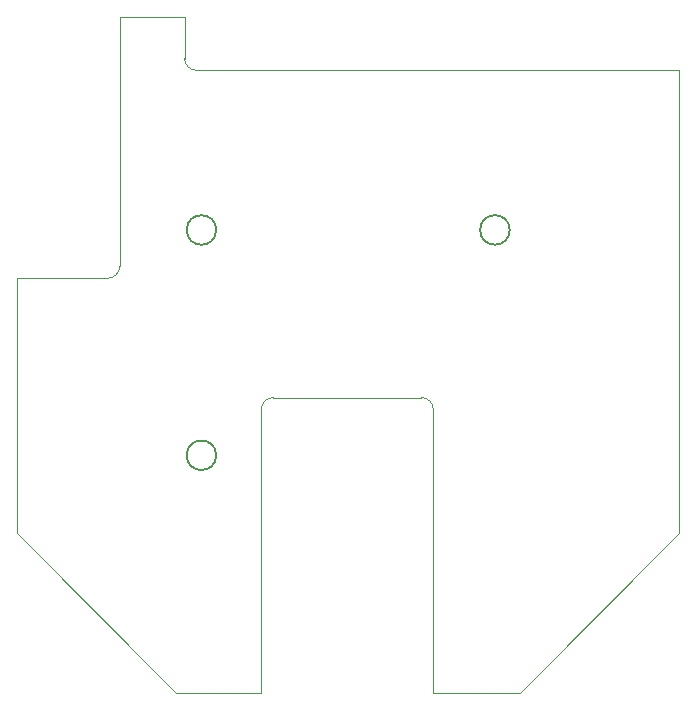
<source format=gbr>
%TF.GenerationSoftware,KiCad,Pcbnew,9.0.0*%
%TF.CreationDate,2025-03-25T20:09:50+01:00*%
%TF.ProjectId,raumtemp_front,7261756d-7465-46d7-905f-66726f6e742e,rev?*%
%TF.SameCoordinates,Original*%
%TF.FileFunction,Profile,NP*%
%FSLAX46Y46*%
G04 Gerber Fmt 4.6, Leading zero omitted, Abs format (unit mm)*
G04 Created by KiCad (PCBNEW 9.0.0) date 2025-03-25 20:09:50*
%MOMM*%
%LPD*%
G01*
G04 APERTURE LIST*
%TA.AperFunction,Profile*%
%ADD10C,0.050000*%
%TD*%
%TA.AperFunction,Profile*%
%ADD11C,0.200000*%
%TD*%
G04 APERTURE END LIST*
D10*
X150000255Y-94400000D02*
G75*
G02*
X149000000Y-93399313I-255J1000000D01*
G01*
X143500000Y-110999488D02*
G75*
G02*
X142500000Y-112000000I-1000000J-512D01*
G01*
X169048576Y-122100001D02*
X156500511Y-122100001D01*
X170049995Y-123103464D02*
X170049995Y-147100000D01*
X169048576Y-122100000D02*
G75*
G02*
X170049995Y-123103354I1424J-1000000D01*
G01*
X155500001Y-123098616D02*
G75*
G02*
X156500511Y-122100000I999999J-1384D01*
G01*
X149000000Y-89900000D02*
X143500000Y-89900000D01*
X190900000Y-133600000D02*
X190900000Y-94400000D01*
X134800000Y-112000000D02*
X134800000Y-132500000D01*
D11*
X176525172Y-107912230D02*
G75*
G02*
X174025172Y-107912230I-1250000J0D01*
G01*
X174025172Y-107912230D02*
G75*
G02*
X176525172Y-107912230I1250000J0D01*
G01*
X151675172Y-107912230D02*
G75*
G02*
X149175172Y-107912230I-1250000J0D01*
G01*
X149175172Y-107912230D02*
G75*
G02*
X151675172Y-107912230I1250000J0D01*
G01*
D10*
X190900000Y-94400000D02*
X150000000Y-94400000D01*
X148300000Y-147100000D02*
X155500000Y-147100000D01*
X177400000Y-147100000D02*
X190900000Y-133600000D01*
D11*
X151675172Y-126988230D02*
G75*
G02*
X149175172Y-126988230I-1250000J0D01*
G01*
X149175172Y-126988230D02*
G75*
G02*
X151675172Y-126988230I1250000J0D01*
G01*
D10*
X142500000Y-112000000D02*
X134800000Y-112000000D01*
X155500000Y-147100000D02*
X155500001Y-123100000D01*
X149000000Y-93399313D02*
X149000000Y-89900000D01*
X134800000Y-133600000D02*
X148300000Y-147100000D01*
X143500000Y-89900000D02*
X143500000Y-110999488D01*
X134800000Y-132500000D02*
X134800000Y-133600000D01*
X170050000Y-147100000D02*
X177400000Y-147100000D01*
M02*

</source>
